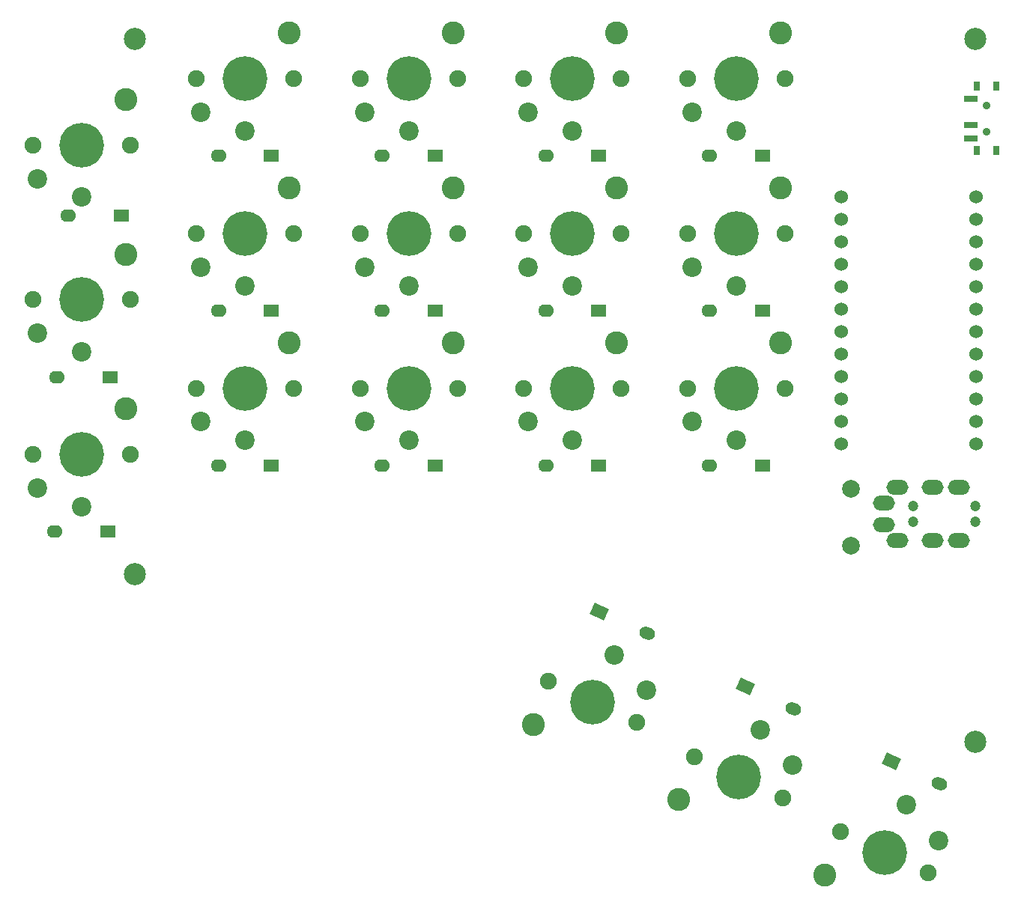
<source format=gbr>
%TF.GenerationSoftware,KiCad,Pcbnew,6.0.1*%
%TF.CreationDate,2022-04-23T16:15:16+02:00*%
%TF.ProjectId,KWS36,4b575333-362e-46b6-9963-61645f706362,1.0.0*%
%TF.SameCoordinates,Original*%
%TF.FileFunction,Soldermask,Bot*%
%TF.FilePolarity,Negative*%
%FSLAX46Y46*%
G04 Gerber Fmt 4.6, Leading zero omitted, Abs format (unit mm)*
G04 Created by KiCad (PCBNEW 6.0.1) date 2022-04-23 16:15:16*
%MOMM*%
%LPD*%
G01*
G04 APERTURE LIST*
G04 Aperture macros list*
%AMHorizOval*
0 Thick line with rounded ends*
0 $1 width*
0 $2 $3 position (X,Y) of the first rounded end (center of the circle)*
0 $4 $5 position (X,Y) of the second rounded end (center of the circle)*
0 Add line between two ends*
20,1,$1,$2,$3,$4,$5,0*
0 Add two circle primitives to create the rounded ends*
1,1,$1,$2,$3*
1,1,$1,$4,$5*%
%AMRotRect*
0 Rectangle, with rotation*
0 The origin of the aperture is its center*
0 $1 length*
0 $2 width*
0 $3 Rotation angle, in degrees counterclockwise*
0 Add horizontal line*
21,1,$1,$2,0,0,$3*%
G04 Aperture macros list end*
%ADD10C,1.900000*%
%ADD11C,2.600000*%
%ADD12C,5.050000*%
%ADD13C,2.200000*%
%ADD14R,1.778000X1.397000*%
%ADD15O,1.778000X1.397000*%
%ADD16C,2.500000*%
%ADD17RotRect,1.778000X1.397000X335.000000*%
%ADD18HorizOval,1.397000X0.172652X-0.080509X-0.172652X0.080509X0*%
%ADD19R,0.800000X1.000000*%
%ADD20C,0.900000*%
%ADD21R,1.500000X0.700000*%
%ADD22C,1.524000*%
%ADD23C,2.000000*%
%ADD24C,1.200000*%
%ADD25O,2.500000X1.700000*%
G04 APERTURE END LIST*
D10*
%TO.C,SW18*%
X182765307Y-129175600D03*
X192734693Y-133824400D03*
D11*
X181041977Y-134054394D03*
D12*
X187750000Y-131500000D03*
D13*
X190243448Y-126152784D03*
X193887488Y-130169122D03*
%TD*%
D14*
%TO.C,D4*%
X118475000Y-52750000D03*
D15*
X112475000Y-52750000D03*
%TD*%
D12*
%TO.C,SW7*%
X134000000Y-44000000D03*
D10*
X139500000Y-44000000D03*
X128500000Y-44000000D03*
D11*
X139000000Y-38850000D03*
D13*
X134000000Y-49900000D03*
X129000000Y-47800000D03*
%TD*%
D14*
%TO.C,D3*%
X99975000Y-95250000D03*
D15*
X93975000Y-95250000D03*
%TD*%
D14*
%TO.C,D5*%
X118475000Y-70250000D03*
D15*
X112475000Y-70250000D03*
%TD*%
D10*
%TO.C,SW5*%
X121000000Y-61500000D03*
D11*
X120500000Y-56350000D03*
D12*
X115500000Y-61500000D03*
D10*
X110000000Y-61500000D03*
D13*
X115500000Y-67400000D03*
X110500000Y-65300000D03*
%TD*%
D14*
%TO.C,D9*%
X136975000Y-87750000D03*
D15*
X130975000Y-87750000D03*
%TD*%
D11*
%TO.C,SW4*%
X120500000Y-38850000D03*
D12*
X115500000Y-44000000D03*
D10*
X121000000Y-44000000D03*
X110000000Y-44000000D03*
D13*
X115500000Y-49900000D03*
X110500000Y-47800000D03*
%TD*%
D16*
%TO.C,REF\u002A\u002A*%
X198000000Y-119000000D03*
%TD*%
D14*
%TO.C,D6*%
X118475000Y-87750000D03*
D15*
X112475000Y-87750000D03*
%TD*%
D14*
%TO.C,D17*%
X173975000Y-87750000D03*
D15*
X167975000Y-87750000D03*
%TD*%
D11*
%TO.C,SW14*%
X164541977Y-125554394D03*
D10*
X166265307Y-120675600D03*
X176234693Y-125324400D03*
D12*
X171250000Y-123000000D03*
D13*
X173743448Y-117652784D03*
X177387488Y-121669122D03*
%TD*%
D14*
%TO.C,D7*%
X136975000Y-52750000D03*
D15*
X130975000Y-52750000D03*
%TD*%
D12*
%TO.C,SW1*%
X97000000Y-51500000D03*
D11*
X102000000Y-46350000D03*
D10*
X91500000Y-51500000D03*
X102500000Y-51500000D03*
D13*
X97000000Y-57400000D03*
X92000000Y-55300000D03*
%TD*%
D17*
%TO.C,D14*%
X172031077Y-112732145D03*
D18*
X177468923Y-115267855D03*
%TD*%
D11*
%TO.C,SW2*%
X102000000Y-63850000D03*
D10*
X102500000Y-69000000D03*
D12*
X97000000Y-69000000D03*
D10*
X91500000Y-69000000D03*
D13*
X97000000Y-74900000D03*
X92000000Y-72800000D03*
%TD*%
D19*
%TO.C,REF\u002A\u002A*%
X198195000Y-44850000D03*
D20*
X199305000Y-50000000D03*
D19*
X200405000Y-44850000D03*
X200405000Y-52150000D03*
D20*
X199305000Y-47000000D03*
D19*
X198195000Y-52150000D03*
D21*
X197545000Y-50750000D03*
X197545000Y-49250000D03*
X197545000Y-46250000D03*
%TD*%
D14*
%TO.C,D2*%
X100225000Y-77750000D03*
D15*
X94225000Y-77750000D03*
%TD*%
D22*
%TO.C,U1*%
X198111400Y-57347000D03*
X198111400Y-59887000D03*
X198111400Y-62427000D03*
X198111400Y-64967000D03*
X198111400Y-67507000D03*
X198111400Y-70047000D03*
X198111400Y-72587000D03*
X198111400Y-75127000D03*
X198111400Y-77667000D03*
X198111400Y-80207000D03*
X198111400Y-82747000D03*
X198111400Y-85287000D03*
X182891400Y-85287000D03*
X182891400Y-82747000D03*
X182891400Y-80207000D03*
X182891400Y-77667000D03*
X182891400Y-75127000D03*
X182891400Y-72587000D03*
X182891400Y-70047000D03*
X182891400Y-67507000D03*
X182891400Y-64967000D03*
X182891400Y-62427000D03*
X182891400Y-59887000D03*
X182891400Y-57347000D03*
%TD*%
D23*
%TO.C,SW19*%
X184000000Y-90350000D03*
X184000000Y-96850000D03*
%TD*%
D17*
%TO.C,D18*%
X188531077Y-121232145D03*
D18*
X193968923Y-123767855D03*
%TD*%
D10*
%TO.C,SW15*%
X165500000Y-44000000D03*
X176500000Y-44000000D03*
D11*
X176000000Y-38850000D03*
D12*
X171000000Y-44000000D03*
D13*
X171000000Y-49900000D03*
X166000000Y-47800000D03*
%TD*%
D10*
%TO.C,SW13*%
X147000000Y-79000000D03*
D12*
X152500000Y-79000000D03*
D10*
X158000000Y-79000000D03*
D11*
X157500000Y-73850000D03*
D13*
X152500000Y-84900000D03*
X147500000Y-82800000D03*
%TD*%
D11*
%TO.C,SW16*%
X176000000Y-56350000D03*
D12*
X171000000Y-61500000D03*
D10*
X165500000Y-61500000D03*
X176500000Y-61500000D03*
D13*
X171000000Y-67400000D03*
X166000000Y-65300000D03*
%TD*%
D12*
%TO.C,SW11*%
X152500000Y-44000000D03*
D11*
X157500000Y-38850000D03*
D10*
X158000000Y-44000000D03*
X147000000Y-44000000D03*
D13*
X152500000Y-49900000D03*
X147500000Y-47800000D03*
%TD*%
D14*
%TO.C,D13*%
X155475000Y-87750000D03*
D15*
X149475000Y-87750000D03*
%TD*%
D14*
%TO.C,D12*%
X155475000Y-70250000D03*
D15*
X149475000Y-70250000D03*
%TD*%
D24*
%TO.C,J1*%
X191000000Y-92350000D03*
X198000000Y-92350000D03*
X191000000Y-94100000D03*
X198000000Y-94100000D03*
D25*
X187700000Y-94450000D03*
X187700000Y-92000000D03*
X196200000Y-96200000D03*
X196200000Y-90250000D03*
X193200000Y-90250000D03*
X193200000Y-96200000D03*
X189200000Y-90250000D03*
X189200000Y-96200000D03*
%TD*%
D14*
%TO.C,D1*%
X101500000Y-59500000D03*
D15*
X95500000Y-59500000D03*
%TD*%
D14*
%TO.C,D11*%
X155475000Y-52750000D03*
D15*
X149475000Y-52750000D03*
%TD*%
D12*
%TO.C,SW10*%
X154750000Y-114500000D03*
D10*
X159734693Y-116824400D03*
D11*
X148041977Y-117054394D03*
D10*
X149765307Y-112175600D03*
D13*
X157243448Y-109152784D03*
X160887488Y-113169122D03*
%TD*%
D16*
%TO.C,REF\u002A\u002A*%
X198000000Y-39500000D03*
%TD*%
D14*
%TO.C,D15*%
X174000000Y-52750000D03*
D15*
X168000000Y-52750000D03*
%TD*%
D10*
%TO.C,SW9*%
X139500000Y-79000000D03*
D12*
X134000000Y-79000000D03*
D10*
X128500000Y-79000000D03*
D11*
X139000000Y-73850000D03*
D13*
X134000000Y-84900000D03*
X129000000Y-82800000D03*
%TD*%
D17*
%TO.C,D10*%
X155531077Y-104232145D03*
D18*
X160968923Y-106767855D03*
%TD*%
D12*
%TO.C,SW12*%
X152500000Y-61500000D03*
D10*
X147000000Y-61500000D03*
X158000000Y-61500000D03*
D11*
X157500000Y-56350000D03*
D13*
X152500000Y-67400000D03*
X147500000Y-65300000D03*
%TD*%
D16*
%TO.C,REF\u002A\u002A*%
X103000000Y-39500000D03*
%TD*%
D12*
%TO.C,SW17*%
X171000000Y-79000000D03*
D11*
X176000000Y-73850000D03*
D10*
X176500000Y-79000000D03*
X165500000Y-79000000D03*
D13*
X171000000Y-84900000D03*
X166000000Y-82800000D03*
%TD*%
D14*
%TO.C,D16*%
X173975000Y-70250000D03*
D15*
X167975000Y-70250000D03*
%TD*%
D14*
%TO.C,D8*%
X136975000Y-70250000D03*
D15*
X130975000Y-70250000D03*
%TD*%
D10*
%TO.C,SW8*%
X139500000Y-61500000D03*
X128500000Y-61500000D03*
D11*
X139000000Y-56350000D03*
D12*
X134000000Y-61500000D03*
D13*
X134000000Y-67400000D03*
X129000000Y-65300000D03*
%TD*%
D12*
%TO.C,SW6*%
X115500000Y-79000000D03*
D10*
X110000000Y-79000000D03*
X121000000Y-79000000D03*
D11*
X120500000Y-73850000D03*
D13*
X115500000Y-84900000D03*
X110500000Y-82800000D03*
%TD*%
D16*
%TO.C,REF\u002A\u002A*%
X103000000Y-100000000D03*
%TD*%
D10*
%TO.C,SW3*%
X91500000Y-86500000D03*
X102500000Y-86500000D03*
D11*
X102000000Y-81350000D03*
D12*
X97000000Y-86500000D03*
D13*
X97000000Y-92400000D03*
X92000000Y-90300000D03*
%TD*%
M02*

</source>
